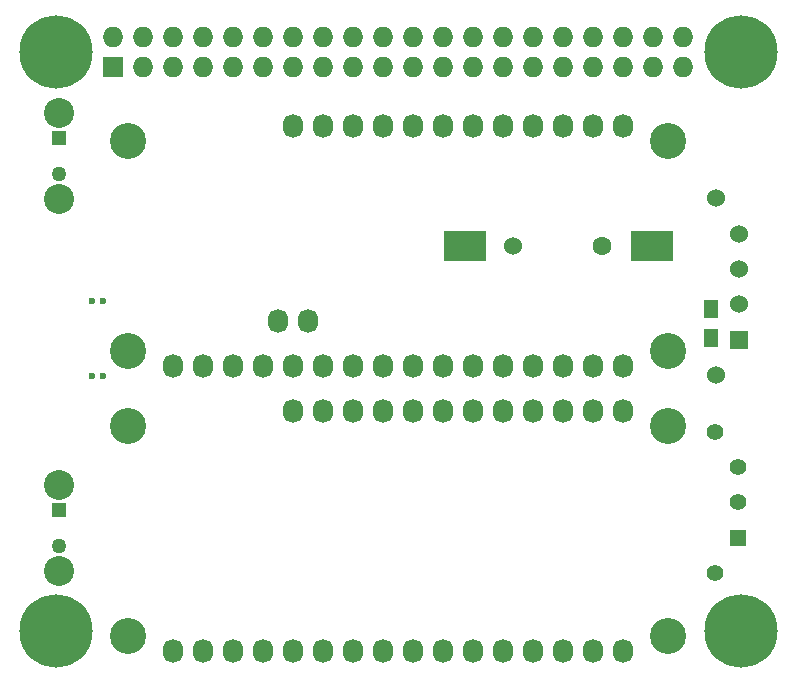
<source format=gbs>
G04 #@! TF.GenerationSoftware,KiCad,Pcbnew,no-vcs-found-01f5a12~58~ubuntu16.04.1*
G04 #@! TF.CreationDate,2017-04-25T17:44:52-04:00*
G04 #@! TF.ProjectId,RPi_Hat,5250695F4861742E6B696361645F7063,rev?*
G04 #@! TF.FileFunction,Soldermask,Bot*
G04 #@! TF.FilePolarity,Negative*
%FSLAX46Y46*%
G04 Gerber Fmt 4.6, Leading zero omitted, Abs format (unit mm)*
G04 Created by KiCad (PCBNEW no-vcs-found-01f5a12~58~ubuntu16.04.1) date Tue Apr 25 17:44:52 2017*
%MOMM*%
%LPD*%
G01*
G04 APERTURE LIST*
%ADD10C,0.100000*%
%ADD11C,1.397000*%
%ADD12R,1.397000X1.397000*%
%ADD13C,1.524000*%
%ADD14R,1.524000X1.524000*%
%ADD15C,2.540000*%
%ADD16R,1.270000X1.270000*%
%ADD17C,1.270000*%
%ADD18O,1.727200X1.727200*%
%ADD19R,1.727200X1.727200*%
%ADD20C,3.048000*%
%ADD21O,1.727200X2.032000*%
%ADD22C,6.200000*%
%ADD23C,1.600000*%
%ADD24R,3.540000X2.600000*%
%ADD25R,3.660000X2.600000*%
%ADD26C,0.600000*%
%ADD27R,1.250000X1.500000*%
G04 APERTURE END LIST*
D10*
D11*
X146990492Y-107732505D03*
X146990492Y-95743705D03*
X148946292Y-98740905D03*
X148946292Y-101738105D03*
D12*
X148946292Y-104735305D03*
D13*
X147066691Y-75982504D03*
X147066691Y-90968504D03*
X149022491Y-78979704D03*
X149022491Y-81976904D03*
X149022491Y-84974104D03*
D14*
X149022491Y-87971304D03*
D15*
X91465399Y-107530900D03*
X91465399Y-100241101D03*
D16*
X91465399Y-102400101D03*
D17*
X91465399Y-105397301D03*
D15*
X91465399Y-76034900D03*
X91465399Y-68745101D03*
D16*
X91465399Y-70904101D03*
D17*
X91465399Y-73901301D03*
D18*
X144310800Y-62369200D03*
X144310800Y-64909200D03*
X141770800Y-62369200D03*
X141770800Y-64909200D03*
X139230800Y-62369200D03*
X139230800Y-64909200D03*
X136690800Y-62369200D03*
X136690800Y-64909200D03*
X134150800Y-62369200D03*
X134150800Y-64909200D03*
X131610800Y-62369200D03*
X131610800Y-64909200D03*
X129070800Y-62369200D03*
X129070800Y-64909200D03*
X126530800Y-62369200D03*
X126530800Y-64909200D03*
X123990800Y-62369200D03*
X123990800Y-64909200D03*
X121450800Y-62369200D03*
X121450800Y-64909200D03*
X118910800Y-62369200D03*
X118910800Y-64909200D03*
X116370800Y-62369200D03*
X116370800Y-64909200D03*
X113830800Y-62369200D03*
X113830800Y-64909200D03*
X111290800Y-62369200D03*
X111290800Y-64909200D03*
X108750800Y-62369200D03*
X108750800Y-64909200D03*
X106210800Y-62369200D03*
X106210800Y-64909200D03*
X103670800Y-62369200D03*
X103670800Y-64909200D03*
X101130800Y-62369200D03*
X101130800Y-64909200D03*
X98590800Y-62369200D03*
X98590800Y-64909200D03*
X96050800Y-62369200D03*
D19*
X96050800Y-64909200D03*
D20*
X97282000Y-71120000D03*
X97282000Y-88900000D03*
X143002000Y-88900000D03*
X143002000Y-71120000D03*
D21*
X101092000Y-90170000D03*
X103632000Y-90170000D03*
X106172000Y-90170000D03*
X108712000Y-90170000D03*
X111252000Y-69850000D03*
X111252000Y-90170000D03*
X113792000Y-90170000D03*
X116332000Y-90170000D03*
X118872000Y-90170000D03*
X121412000Y-90170000D03*
X123952000Y-90170000D03*
X126492000Y-90170000D03*
X129032000Y-90170000D03*
X131572000Y-90170000D03*
X134112000Y-90170000D03*
X136652000Y-90170000D03*
X139192000Y-90170000D03*
X139192000Y-69850000D03*
X136652000Y-69850000D03*
X134112000Y-69850000D03*
X131572000Y-69850000D03*
X129032000Y-69850000D03*
X126492000Y-69850000D03*
X123952000Y-69850000D03*
X121412000Y-69850000D03*
X118872000Y-69850000D03*
X116332000Y-69850000D03*
X113792000Y-69850000D03*
X109990000Y-86370000D03*
X112530000Y-86370000D03*
X113792000Y-93980000D03*
X116332000Y-93980000D03*
X118872000Y-93980000D03*
X121412000Y-93980000D03*
X123952000Y-93980000D03*
X126492000Y-93980000D03*
X129032000Y-93980000D03*
X131572000Y-93980000D03*
X134112000Y-93980000D03*
X136652000Y-93980000D03*
X139192000Y-93980000D03*
X139192000Y-114300000D03*
X136652000Y-114300000D03*
X134112000Y-114300000D03*
X131572000Y-114300000D03*
X129032000Y-114300000D03*
X126492000Y-114300000D03*
X123952000Y-114300000D03*
X121412000Y-114300000D03*
X118872000Y-114300000D03*
X116332000Y-114300000D03*
X113792000Y-114300000D03*
X111252000Y-114300000D03*
X111252000Y-93980000D03*
X108712000Y-114300000D03*
X106172000Y-114300000D03*
X103632000Y-114300000D03*
X101092000Y-114300000D03*
D20*
X143002000Y-95250000D03*
X143002000Y-113030000D03*
X97282000Y-113030000D03*
X97282000Y-95250000D03*
D22*
X149180800Y-63639200D03*
X149180800Y-112639200D03*
X91180800Y-112639200D03*
X91180800Y-63639200D03*
D13*
X129913500Y-80010000D03*
D23*
X137413500Y-80010000D03*
D24*
X141643500Y-80010000D03*
D25*
X125843500Y-80010000D03*
D26*
X94234000Y-84709000D03*
X95234000Y-84709000D03*
X95234000Y-91059000D03*
X94234000Y-91059000D03*
D27*
X146685000Y-85364000D03*
X146685000Y-87864000D03*
M02*

</source>
